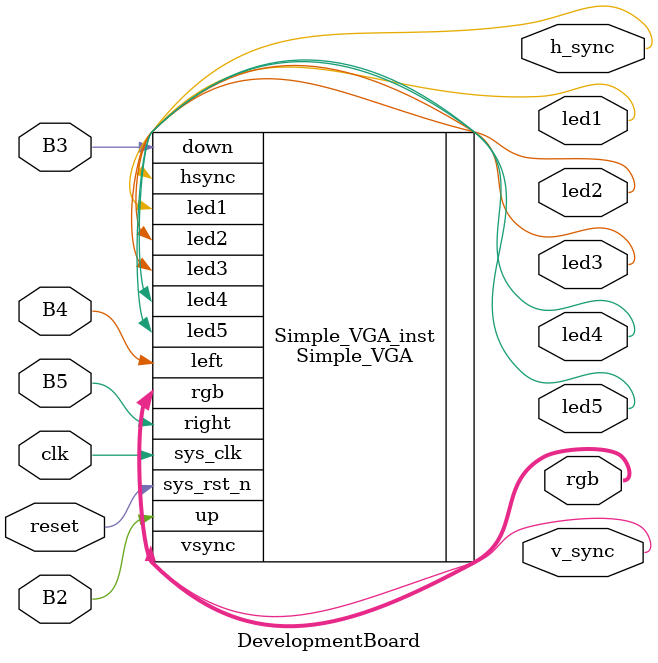
<source format=v>
`timescale 1ns / 1ns

module DevelopmentBoard(
    input wire clk,  // 50MHz
    input wire reset, B2, B3, B4, B5,
    // reset is "a"
    // B2 is "s"
    // B3 is "d"
    // B4 is "f"
    // B5 is "g"
    output wire h_sync, v_sync,
    output wire [15:0] rgb,
    output wire led1,
    output wire led2,
    output wire led3,
    output wire led4,
    output wire led5
);

Simple_VGA Simple_VGA_inst(
    .sys_clk(clk),
    .sys_rst_n(reset),
    .up(B2),
    .down(B3),
    .left(B4),
    .right(B5),
    .hsync(h_sync),
    .vsync(v_sync),
    .rgb(rgb),
    .led1(led1),
    .led2(led2),
    .led3(led3),
    .led4(led4),
    .led5(led5)
);

endmodule

</source>
